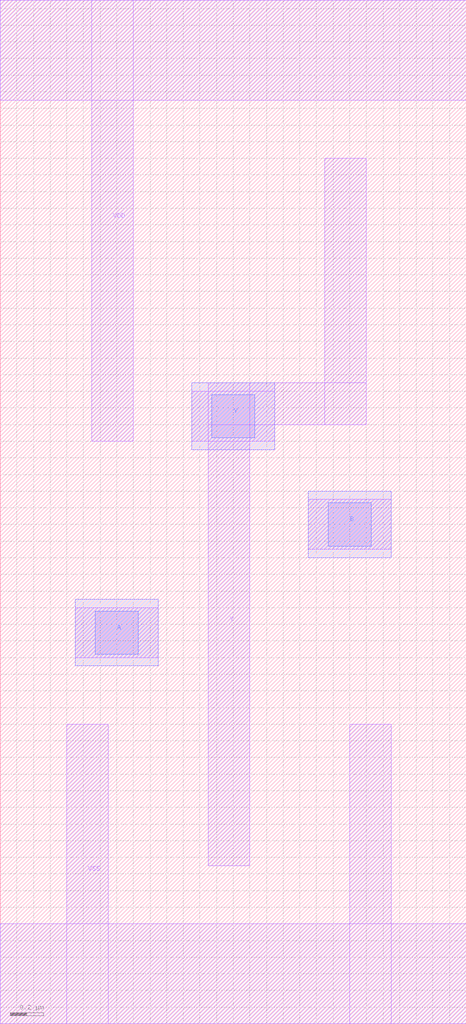
<source format=lef>
# Copyright 2022 Google LLC
# Licensed under the Apache License, Version 2.0 (the "License");
# you may not use this file except in compliance with the License.
# You may obtain a copy of the License at
#
#      http://www.apache.org/licenses/LICENSE-2.0
#
# Unless required by applicable law or agreed to in writing, software
# distributed under the License is distributed on an "AS IS" BASIS,
# WITHOUT WARRANTIES OR CONDITIONS OF ANY KIND, either express or implied.
# See the License for the specific language governing permissions and
# limitations under the License.
VERSION 5.7 ;
BUSBITCHARS "[]" ;
DIVIDERCHAR "/" ;

MACRO gf180mcu_osu_sc_gp9t3v3__nor2_1
  CLASS CORE ;
  ORIGIN 0 0 ;
  FOREIGN gf180mcu_osu_sc_gp9t3v3__nor2_1 0 0 ;
  SIZE 2.8 BY 6.15 ;
  SYMMETRY X Y ;
  SITE GF180_3p3_12t ;
  PIN VDD
    DIRECTION INOUT ;
    USE POWER ;
    SHAPE ABUTMENT ;
    PORT
      LAYER MET1 ;
        RECT 0 5.55 2.8 6.15 ;
        RECT 0.55 3.5 0.8 6.15 ;
    END
  END VDD
  PIN VSS
    DIRECTION INOUT ;
    USE GROUND ;
    PORT
      LAYER MET1 ;
        RECT 0 0 2.8 0.6 ;
        RECT 2.1 0 2.35 1.8 ;
        RECT 0.4 0 0.65 1.8 ;
    END
  END VSS
  PIN A
    DIRECTION INPUT ;
    USE SIGNAL ;
    PORT
      LAYER MET1 ;
        RECT 0.45 2.2 0.95 2.5 ;
      LAYER MET2 ;
        RECT 0.45 2.15 0.95 2.55 ;
      LAYER VIA12 ;
        RECT 0.57 2.22 0.83 2.48 ;
    END
  END A
  PIN B
    DIRECTION INPUT ;
    USE SIGNAL ;
    PORT
      LAYER MET1 ;
        RECT 1.85 2.85 2.35 3.15 ;
      LAYER MET2 ;
        RECT 1.85 2.8 2.35 3.2 ;
      LAYER VIA12 ;
        RECT 1.97 2.87 2.23 3.13 ;
    END
  END B
  PIN Y
    DIRECTION OUTPUT ;
    USE SIGNAL ;
    PORT
      LAYER MET1 ;
        RECT 1.95 3.6 2.2 5.2 ;
        RECT 1.25 3.6 2.2 3.85 ;
        RECT 1.15 3.5 1.65 3.8 ;
        RECT 1.25 0.95 1.5 3.85 ;
      LAYER MET2 ;
        RECT 1.15 3.45 1.65 3.85 ;
      LAYER VIA12 ;
        RECT 1.27 3.52 1.53 3.78 ;
    END
  END Y
END gf180mcu_osu_sc_gp9t3v3__nor2_1

</source>
